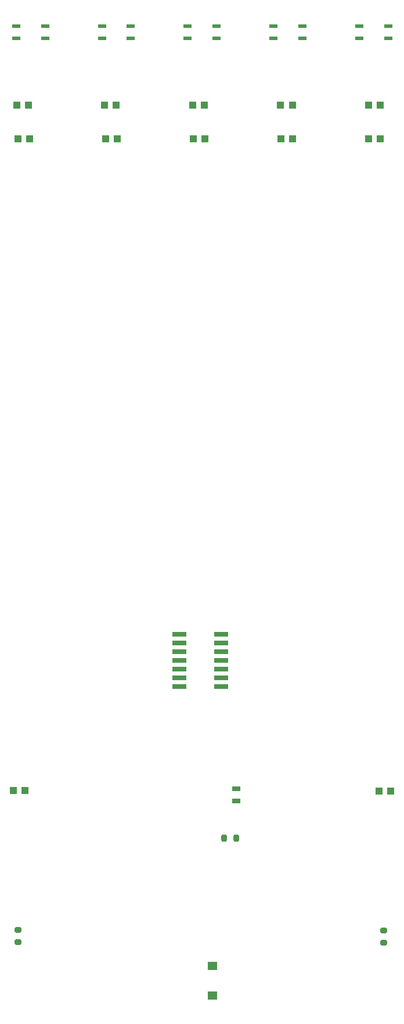
<source format=gbr>
%TF.GenerationSoftware,KiCad,Pcbnew,7.0.7*%
%TF.CreationDate,2024-02-07T22:59:59+08:00*%
%TF.ProjectId,lekirbotv2,6c656b69-7262-46f7-9476-322e6b696361,rev?*%
%TF.SameCoordinates,Original*%
%TF.FileFunction,Paste,Bot*%
%TF.FilePolarity,Positive*%
%FSLAX46Y46*%
G04 Gerber Fmt 4.6, Leading zero omitted, Abs format (unit mm)*
G04 Created by KiCad (PCBNEW 7.0.7) date 2024-02-07 22:59:59*
%MOMM*%
%LPD*%
G01*
G04 APERTURE LIST*
G04 Aperture macros list*
%AMRoundRect*
0 Rectangle with rounded corners*
0 $1 Rounding radius*
0 $2 $3 $4 $5 $6 $7 $8 $9 X,Y pos of 4 corners*
0 Add a 4 corners polygon primitive as box body*
4,1,4,$2,$3,$4,$5,$6,$7,$8,$9,$2,$3,0*
0 Add four circle primitives for the rounded corners*
1,1,$1+$1,$2,$3*
1,1,$1+$1,$4,$5*
1,1,$1+$1,$6,$7*
1,1,$1+$1,$8,$9*
0 Add four rect primitives between the rounded corners*
20,1,$1+$1,$2,$3,$4,$5,0*
20,1,$1+$1,$4,$5,$6,$7,0*
20,1,$1+$1,$6,$7,$8,$9,0*
20,1,$1+$1,$8,$9,$2,$3,0*%
G04 Aperture macros list end*
%ADD10R,1.219200X0.533400*%
%ADD11R,1.470000X1.270000*%
%ADD12R,1.100000X1.000000*%
%ADD13R,1.200000X0.800000*%
%ADD14RoundRect,0.359360X-0.190640X-0.089840X0.190640X-0.089840X0.190640X0.089840X-0.190640X0.089840X0*%
%ADD15RoundRect,0.359360X-0.089840X0.190640X-0.089840X-0.190640X0.089840X-0.190640X0.089840X0.190640X0*%
%ADD16R,2.032000X0.660400*%
G04 APERTURE END LIST*
D10*
%TO.C,U2*%
X69799600Y-38733800D03*
X65583200Y-38733800D03*
X65583200Y-40511800D03*
X69799600Y-40511800D03*
%TD*%
%TO.C,U6*%
X94831300Y-38733800D03*
X90614900Y-38733800D03*
X90614900Y-40511800D03*
X94831300Y-40511800D03*
%TD*%
%TO.C,U8*%
X119863000Y-38733800D03*
X115646600Y-38733800D03*
X115646600Y-40511800D03*
X119863000Y-40511800D03*
%TD*%
D11*
%TO.C,D7*%
X94234400Y-175675051D03*
X94234400Y-179975051D03*
%TD*%
D12*
%TO.C,R17*%
X66890400Y-150130851D03*
X65190400Y-150130851D03*
%TD*%
%TO.C,R12*%
X78498000Y-50239800D03*
X80198000Y-50239800D03*
%TD*%
D13*
%TO.C,C2*%
X97663400Y-149865851D03*
X97663400Y-151665851D03*
%TD*%
D14*
%TO.C,C6*%
X65862200Y-172261951D03*
X65862200Y-170483951D03*
%TD*%
D12*
%TO.C,R16*%
X120205000Y-150190000D03*
X118505000Y-150190000D03*
%TD*%
%TO.C,R13*%
X80341100Y-55091200D03*
X78641100Y-55091200D03*
%TD*%
D15*
%TO.C,C1*%
X95936200Y-157090451D03*
X97714200Y-157090451D03*
%TD*%
D10*
%TO.C,U7*%
X107347200Y-38733800D03*
X103130800Y-38733800D03*
X103130800Y-40511800D03*
X107347200Y-40511800D03*
%TD*%
D12*
%TO.C,R11*%
X93136000Y-55091200D03*
X91436000Y-55091200D03*
%TD*%
D16*
%TO.C,IC3*%
X95529800Y-127330000D03*
X95529800Y-128600000D03*
X95529800Y-129870000D03*
X95529800Y-131140000D03*
X95529800Y-132410000D03*
X95529800Y-133680000D03*
X95529800Y-134950000D03*
X89383000Y-134950000D03*
X89383000Y-133680000D03*
X89383000Y-132410000D03*
X89383000Y-131140000D03*
X89383000Y-129870000D03*
X89383000Y-128600000D03*
X89383000Y-127330000D03*
%TD*%
D12*
%TO.C,R15*%
X67546200Y-55091200D03*
X65846200Y-55091200D03*
%TD*%
%TO.C,R10*%
X91334400Y-50239800D03*
X93034400Y-50239800D03*
%TD*%
D14*
%TO.C,C7*%
X119202200Y-172287351D03*
X119202200Y-170509351D03*
%TD*%
D10*
%TO.C,U5*%
X82315500Y-38733800D03*
X78099100Y-38733800D03*
X78099100Y-40511800D03*
X82315500Y-40511800D03*
%TD*%
D12*
%TO.C,R7*%
X118725800Y-55091200D03*
X117025800Y-55091200D03*
%TD*%
%TO.C,R14*%
X65661600Y-50239800D03*
X67361600Y-50239800D03*
%TD*%
%TO.C,R9*%
X105930900Y-55091200D03*
X104230900Y-55091200D03*
%TD*%
%TO.C,R8*%
X104170800Y-50239800D03*
X105870800Y-50239800D03*
%TD*%
%TO.C,R6*%
X117007200Y-50239800D03*
X118707200Y-50239800D03*
%TD*%
M02*

</source>
